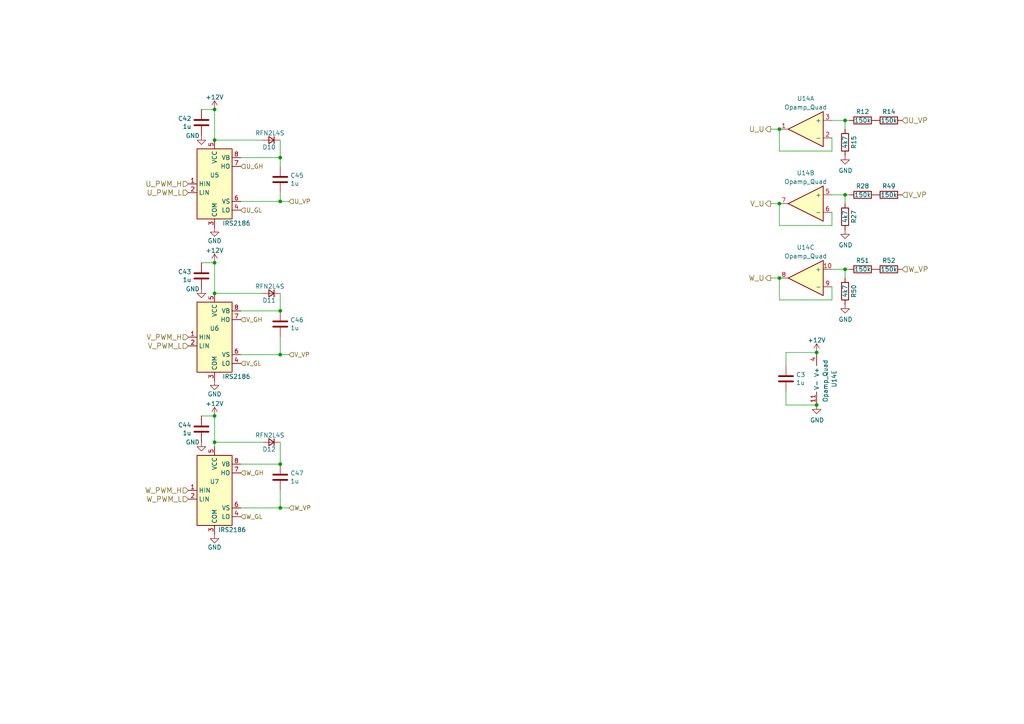
<source format=kicad_sch>
(kicad_sch (version 20230121) (generator eeschema)
  (paper "A4")
  (title_block (title "HSWR MOSFET Driver") (date "2017-02-05") (rev "4.0"))
  (lib_symbols
    (symbol "Device:C" (pin_numbers hide) (pin_names (offset 0.254))
      (property "Reference" "C" (at 0.635 2.54 0))
      (property "Value" "C" (at 0.635 -2.54 0))
      (symbol "C_0_1"
        (polyline (pts (xy -2.032 -0.762) (xy 2.032 -0.762)) (stroke (width 0.508)))
        (polyline (pts (xy -2.032 0.762) (xy 2.032 0.762)) (stroke (width 0.508)))
      )
      (symbol "C_1_1"
        (pin passive line (at 0 3.81 270) (length 2.794) (name "~") (number "1"))
        (pin passive line (at 0 -3.81 90) (length 2.794) (name "~") (number "2"))
      )
    )
    (symbol "Device:D_Small" (pin_numbers hide) (pin_names (offset 0.254) hide)
      (property "Reference" "D" (at -1.27 2.032 0))
      (property "Value" "D_Small" (at -3.81 -2.032 0))
      (symbol "D_Small_0_1"
        (polyline (pts (xy -0.762 -1.016) (xy -0.762 1.016)) (stroke (width 0.254)))
        (polyline (pts (xy -0.762 0) (xy 0.762 0)))
        (polyline (pts (xy 0.762 -1.016) (xy -0.762 0) (xy 0.762 1.016) (xy 0.762 -1.016)) (stroke (width 0.254)))
      )
      (symbol "D_Small_1_1"
        (pin passive line (at -2.54 0 0) (length 1.778) (name "K") (number "1"))
        (pin passive line (at 2.54 0 180) (length 1.778) (name "A") (number "2"))
      )
    )
    (symbol "Device:Opamp_Quad"
      (property "Reference" "U" (at 0 5.08 0))
      (property "Value" "Opamp_Quad" (at 0 -5.08 0))
      (symbol "Opamp_Quad_1_1"
        (polyline (pts (xy -5.08 5.08) (xy 5.08 0) (xy -5.08 -5.08) (xy -5.08 5.08)) (stroke (width 0.254)) (fill (type background)))
        (pin output line (at 7.62 0 180) (length 2.54) (name "~") (number "1"))
        (pin input line (at -7.62 -2.54 0) (length 2.54) (name "-") (number "2"))
        (pin input line (at -7.62 2.54 0) (length 2.54) (name "+") (number "3"))
      )
      (symbol "Opamp_Quad_2_1"
        (polyline (pts (xy -5.08 5.08) (xy 5.08 0) (xy -5.08 -5.08) (xy -5.08 5.08)) (stroke (width 0.254)) (fill (type background)))
        (pin input line (at -7.62 2.54 0) (length 2.54) (name "+") (number "5"))
        (pin input line (at -7.62 -2.54 0) (length 2.54) (name "-") (number "6"))
        (pin output line (at 7.62 0 180) (length 2.54) (name "~") (number "7"))
      )
      (symbol "Opamp_Quad_3_1"
        (polyline (pts (xy -5.08 5.08) (xy 5.08 0) (xy -5.08 -5.08) (xy -5.08 5.08)) (stroke (width 0.254)) (fill (type background)))
        (pin input line (at -7.62 2.54 0) (length 2.54) (name "+") (number "10"))
        (pin output line (at 7.62 0 180) (length 2.54) (name "~") (number "8"))
        (pin input line (at -7.62 -2.54 0) (length 2.54) (name "-") (number "9"))
      )
      (symbol "Opamp_Quad_4_1"
        (polyline (pts (xy -5.08 5.08) (xy 5.08 0) (xy -5.08 -5.08) (xy -5.08 5.08)) (stroke (width 0.254)) (fill (type background)))
        (pin input line (at -7.62 2.54 0) (length 2.54) (name "+") (number "12"))
        (pin input line (at -7.62 -2.54 0) (length 2.54) (name "-") (number "13"))
        (pin output line (at 7.62 0 180) (length 2.54) (name "~") (number "14"))
      )
      (symbol "Opamp_Quad_5_1"
        (pin power_in line (at -2.54 -7.62 90) (length 3.81) (name "V-") (number "11"))
        (pin power_in line (at -2.54 7.62 270) (length 3.81) (name "V+") (number "4"))
      )
    )
    (symbol "Device:R" (pin_numbers hide) (pin_names (offset 0))
      (property "Reference" "R" (at 2.032 0 90))
      (property "Value" "R" (at 0 0 90))
      (symbol "R_0_1"
        (rectangle (start -1.016 -2.54) (end 1.016 2.54) (stroke (width 0.254)))
      )
      (symbol "R_1_1"
        (pin passive line (at 0 3.81 270) (length 1.27) (name "~") (number "1"))
        (pin passive line (at 0 -3.81 90) (length 1.27) (name "~") (number "2"))
      )
    )
    (symbol "Driver_FET:IRS2186"
      (property "Reference" "U" (at 1.27 13.335 0))
      (property "Value" "IRS2186" (at 1.27 11.43 0))
      (symbol "IRS2186_0_1"
        (rectangle (start -5.08 -10.16) (end 5.08 10.16) (stroke (width 0.254)) (fill (type background)))
      )
      (symbol "IRS2186_1_1"
        (pin input line (at -7.62 0 0) (length 2.54) (name "HIN") (number "1"))
        (pin input line (at -7.62 -2.54 0) (length 2.54) (name "LIN") (number "2"))
        (pin power_in line (at 0 -12.7 90) (length 2.54) (name "COM") (number "3"))
        (pin output line (at 7.62 -7.62 180) (length 2.54) (name "LO") (number "4"))
        (pin power_in line (at 0 12.7 270) (length 2.54) (name "VCC") (number "5"))
        (pin passive line (at 7.62 -5.08 180) (length 2.54) (name "VS") (number "6"))
        (pin output line (at 7.62 5.08 180) (length 2.54) (name "HO") (number "7"))
        (pin passive line (at 7.62 7.62 180) (length 2.54) (name "VB") (number "8"))
      )
    )
    (symbol "power:+12V" (power) (pin_names (offset 0))
      (property "Value" "+12V" (at 0 3.556 0))
      (symbol "+12V_0_1"
        (polyline (pts (xy -0.762 1.27) (xy 0 2.54)))
        (polyline (pts (xy 0 0) (xy 0 2.54)))
        (polyline (pts (xy 0 2.54) (xy 0.762 1.27)))
      )
      (symbol "+12V_1_1"
        (pin power_in line (at 0 0 90) (length 0) hide (name "+12V") (number "1"))
      )
    )
    (symbol "power:GND" (power) (pin_names (offset 0))
      (property "Value" "GND" (at 0 -3.81 0))
      (symbol "GND_0_1"
        (polyline (pts (xy 0 0) (xy 0 -1.27) (xy 1.27 -1.27) (xy 0 -2.54) (xy -1.27 -1.27) (xy 0 -1.27)))
      )
      (symbol "GND_1_1"
        (pin power_in line (at 0 0 270) (length 0) hide (name "GND") (number "1"))
      )
    )
  )
  (junction (at 81.28 58.42))
  (junction (at 81.28 90.17))
  (junction (at 81.28 147.32))
  (junction (at 245.11 34.925))
  (junction (at 62.23 76.2))
  (junction (at 245.11 56.515))
  (junction (at 81.28 45.72))
  (junction (at 226.06 37.465))
  (junction (at 62.23 85.09))
  (junction (at 62.23 120.65))
  (junction (at 236.855 102.235))
  (junction (at 62.23 128.27))
  (junction (at 62.23 40.64))
  (junction (at 226.06 80.645))
  (junction (at 62.23 31.75))
  (junction (at 245.11 78.105))
  (junction (at 226.06 59.055))
  (junction (at 81.28 102.87))
  (junction (at 236.855 117.475))
  (junction (at 81.28 134.62))
  (wire (pts (xy 241.3 65.405) (xy 241.3 61.595)))
  (wire (pts (xy 223.52 80.645) (xy 226.06 80.645)))
  (wire (pts (xy 81.28 102.87) (xy 69.85 102.87)))
  (wire (pts (xy 226.06 86.995) (xy 241.3 86.995)))
  (wire (pts (xy 227.965 113.665) (xy 227.965 117.475)))
  (wire (pts (xy 62.23 128.27) (xy 62.23 120.65)))
  (wire (pts (xy 83.82 58.42) (xy 81.28 58.42)))
  (wire (pts (xy 245.11 56.515) (xy 246.38 56.515)))
  (wire (pts (xy 81.28 45.72) (xy 81.28 48.26)))
  (wire (pts (xy 69.85 134.62) (xy 81.28 134.62)))
  (wire (pts (xy 62.23 85.09) (xy 62.23 76.2)))
  (wire (pts (xy 58.42 76.2) (xy 62.23 76.2)))
  (wire (pts (xy 81.28 128.27) (xy 81.28 134.62)))
  (wire (pts (xy 223.52 59.055) (xy 226.06 59.055)))
  (wire (pts (xy 223.52 37.465) (xy 226.06 37.465)))
  (wire (pts (xy 62.23 129.54) (xy 62.23 128.27)))
  (wire (pts (xy 226.06 43.815) (xy 241.3 43.815)))
  (wire (pts (xy 81.28 58.42) (xy 69.85 58.42)))
  (wire (pts (xy 227.965 102.235) (xy 236.855 102.235)))
  (wire (pts (xy 58.42 31.75) (xy 62.23 31.75)))
  (wire (pts (xy 241.3 86.995) (xy 241.3 83.185)))
  (wire (pts (xy 81.28 55.88) (xy 81.28 58.42)))
  (wire (pts (xy 81.28 40.64) (xy 81.28 45.72)))
  (wire (pts (xy 226.06 37.465) (xy 226.06 43.815)))
  (wire (pts (xy 81.28 97.79) (xy 81.28 102.87)))
  (wire (pts (xy 227.965 117.475) (xy 236.855 117.475)))
  (wire (pts (xy 58.42 120.65) (xy 62.23 120.65)))
  (wire (pts (xy 226.06 80.645) (xy 226.06 86.995)))
  (wire (pts (xy 241.3 34.925) (xy 245.11 34.925)))
  (wire (pts (xy 62.23 40.64) (xy 62.23 31.75)))
  (wire (pts (xy 76.2 85.09) (xy 62.23 85.09)))
  (wire (pts (xy 226.06 65.405) (xy 241.3 65.405)))
  (wire (pts (xy 76.2 128.27) (xy 62.23 128.27)))
  (wire (pts (xy 69.85 45.72) (xy 81.28 45.72)))
  (wire (pts (xy 241.3 78.105) (xy 245.11 78.105)))
  (wire (pts (xy 245.11 78.105) (xy 245.11 80.645)))
  (wire (pts (xy 81.28 147.32) (xy 83.82 147.32)))
  (wire (pts (xy 245.11 34.925) (xy 246.38 34.925)))
  (wire (pts (xy 245.11 78.105) (xy 246.38 78.105)))
  (wire (pts (xy 245.11 34.925) (xy 245.11 37.465)))
  (wire (pts (xy 81.28 142.24) (xy 81.28 147.32)))
  (wire (pts (xy 81.28 85.09) (xy 81.28 90.17)))
  (wire (pts (xy 245.11 56.515) (xy 245.11 59.055)))
  (wire (pts (xy 81.28 147.32) (xy 69.85 147.32)))
  (wire (pts (xy 81.28 102.87) (xy 83.82 102.87)))
  (wire (pts (xy 241.3 56.515) (xy 245.11 56.515)))
  (wire (pts (xy 226.06 59.055) (xy 226.06 65.405)))
  (wire (pts (xy 76.2 40.64) (xy 62.23 40.64)))
  (wire (pts (xy 69.85 90.17) (xy 81.28 90.17)))
  (wire (pts (xy 241.3 43.815) (xy 241.3 40.005)))
  (wire (pts (xy 227.965 106.045) (xy 227.965 102.235)))
  (hierarchical_label "W_PWM_L" (shape input) (at 54.61 144.78 180) (effects (font (size 1.524 1.524))))
  (hierarchical_label "U_GH" (shape input) (at 69.85 48.26 0))
  (hierarchical_label "U_PWM_L" (shape input) (at 54.61 55.88 180) (effects (font (size 1.524 1.524))))
  (hierarchical_label "V_GL" (shape input) (at 69.85 105.41 0))
  (hierarchical_label "V_VP" (shape input) (at 261.62 56.515 0) (effects (font (size 1.524 1.524))))
  (hierarchical_label "V_PWM_L" (shape input) (at 54.61 100.33 180) (effects (font (size 1.524 1.524))))
  (hierarchical_label "W_VP" (shape input) (at 261.62 78.105 0) (effects (font (size 1.524 1.524))))
  (hierarchical_label "V_PWM_H" (shape input) (at 54.61 97.79 180) (effects (font (size 1.524 1.524))))
  (hierarchical_label "U_GL" (shape input) (at 69.85 60.96 0))
  (hierarchical_label "W_U" (shape output) (at 223.52 80.645 180) (effects (font (size 1.524 1.524))))
  (hierarchical_label "U_VP" (shape input) (at 83.82 58.42 0))
  (hierarchical_label "V_GH" (shape input) (at 69.85 92.71 0))
  (hierarchical_label "W_GL" (shape input) (at 69.85 149.86 0))
  (hierarchical_label "V_VP" (shape input) (at 83.82 102.87 0))
  (hierarchical_label "U_U" (shape output) (at 223.52 37.465 180) (effects (font (size 1.524 1.524))))
  (hierarchical_label "U_PWM_H" (shape input) (at 54.61 53.34 180) (effects (font (size 1.524 1.524))))
  (hierarchical_label "W_GH" (shape input) (at 69.85 137.16 0))
  (hierarchical_label "W_VP" (shape input) (at 83.82 147.32 0))
  (hierarchical_label "W_PWM_H" (shape input) (at 54.61 142.24 180) (effects (font (size 1.524 1.524))))
  (hierarchical_label "V_U" (shape output) (at 223.52 59.055 180) (effects (font (size 1.524 1.524))))
  (hierarchical_label "U_VP" (shape input) (at 261.62 34.925 0) (effects (font (size 1.524 1.524))))
  (symbol (lib_id "Device:C") (at 58.42 80.01 0) (mirror x) (unit 1)
    (property "Reference" "C43" (at 55.5244 78.8416 0) (effects (justify right)))
    (property "Value" "1u" (at 55.5244 81.153 0) (effects (justify right)))
    (property "Footprint" "Capacitor_SMD:C_0805_2012Metric" (effects hide))
    (instances (project "HSWR" (path "" (reference "C43") (unit 1)) (path "" (reference "C61") (unit 1))))
  )
  (symbol (lib_id "Device:R") (at 257.81 34.925 90) (unit 1)
    (property "Reference" "R14" (at 257.81 32.385 90))
    (property "Value" "150k" (at 257.81 34.925 90))
    (property "Footprint" "Resistor_SMD:R_0805_2012Metric" (effects hide))
    (instances (project "HSWR" (path "" (reference "R14") (unit 1)) (path "" (reference "R56") (unit 1))))
  )
  (symbol (lib_id "Device:C") (at 81.28 52.07 0) (unit 1)
    (property "Reference" "C45" (at 84.201 50.9016 0) (effects (justify left)))
    (property "Value" "1u" (at 84.201 53.213 0) (effects (justify left)))
    (property "Footprint" "Capacitor_SMD:C_0805_2012Metric" (effects hide))
    (instances (project "HSWR" (path "" (reference "C45") (unit 1)) (path "" (reference "C63") (unit 1))))
  )
  (symbol (lib_id "power:GND") (at 62.23 154.94 0) (unit 1)
    (property "Reference" "#PWR091" (effects hide))
    (property "Value" "GND" (at 62.23 158.75 0))
    (instances (project "HSWR" (path "" (reference "#PWR091") (unit 1)) (path "" (reference "#PWR0145") (unit 1))))
  )
  (symbol (lib_id "Device:R") (at 250.19 78.105 90) (unit 1)
    (property "Reference" "R51" (at 250.19 75.565 90))
    (property "Value" "150k" (at 250.19 78.105 90))
    (property "Footprint" "Resistor_SMD:R_0805_2012Metric" (effects hide))
    (instances (project "HSWR" (path "" (reference "R51") (unit 1)) (path "" (reference "R55") (unit 1))))
  )
  (symbol (lib_id "Device:Opamp_Quad") (at 233.68 80.645 0) (mirror y) (unit 3)
    (property "Reference" "U14" (at 233.68 71.755 0))
    (property "Value" "Opamp_Quad" (at 233.68 74.295 0))
    (property "Footprint" "Package_SO:SO-14_3.9x8.65mm_P1.27mm" (effects hide))
    (instances (project "HSWR" (path "" (reference "U14") (unit 3)) (path "" (reference "U18") (unit 3))))
  )
  (symbol (lib_id "power:GND") (at 62.23 110.49 0) (unit 1)
    (property "Reference" "#PWR089" (effects hide))
    (property "Value" "GND" (at 62.23 114.3 0))
    (instances (project "HSWR" (path "" (reference "#PWR089") (unit 1)) (path "" (reference "#PWR0143") (unit 1))))
  )
  (symbol (lib_id "Device:C") (at 227.965 109.855 0) (unit 1)
    (property "Reference" "C3" (at 230.886 108.6866 0) (effects (justify left)))
    (property "Value" "1u" (at 230.886 110.998 0) (effects (justify left)))
    (property "Footprint" "Capacitor_SMD:C_0805_2012Metric" (effects hide))
    (instances (project "HSWR" (path "" (reference "C3") (unit 1)) (path "" (reference "C66") (unit 1))))
  )
  (symbol (lib_id "Device:C") (at 58.42 35.56 0) (mirror x) (unit 1)
    (property "Reference" "C42" (at 55.5244 34.3916 0) (effects (justify right)))
    (property "Value" "1u" (at 55.5244 36.703 0) (effects (justify right)))
    (property "Footprint" "Capacitor_SMD:C_0805_2012Metric" (effects hide))
    (instances (project "HSWR" (path "" (reference "C42") (unit 1)) (path "" (reference "C60") (unit 1))))
  )
  (symbol (lib_id "Device:R") (at 245.11 62.865 0) (mirror x) (unit 1)
    (property "Reference" "R27" (at 247.65 62.865 90))
    (property "Value" "4k7" (at 245.11 62.865 90))
    (property "Footprint" "Resistor_SMD:R_0805_2012Metric" (effects hide))
    (instances (project "HSWR" (path "" (reference "R27") (unit 1)) (path "" (reference "R51") (unit 1))))
  )
  (symbol (lib_id "Device:D_Small") (at 78.74 128.27 180) (unit 1)
    (property "Reference" "D12" (at 80.01 130.302 0) (effects (justify left)))
    (property "Value" "RFN2L4S" (at 82.55 126.238 0) (effects (justify left)))
    (property "Footprint" "Diode_SMD:D_SOD-123" (effects hide))
    (instances (project "HSWR" (path "" (reference "D12") (unit 1)) (path "" (reference "D10") (unit 1))))
  )
  (symbol (lib_id "Driver_FET:IRS2186") (at 62.23 97.79 0) (unit 1)
    (property "Reference" "U6" (at 62.23 95.25 0))
    (property "Value" "IRS2186" (at 68.58 109.22 0))
    (property "Footprint" "Package_SO:SOIC-8_3.9x4.9mm_P1.27mm" (effects hide))
    (property "Datasheet" "http://www.irf.com/product-info/datasheets/data/irs2186pbf.pdf" (effects hide))
    (instances (project "HSWR" (path "" (reference "U6") (unit 1)) (path "" (reference "U16") (unit 1))))
  )
  (symbol (lib_id "Device:D_Small") (at 78.74 40.64 180) (unit 1)
    (property "Reference" "D10" (at 80.01 42.672 0) (effects (justify left)))
    (property "Value" "RFN2L4S" (at 82.55 38.608 0) (effects (justify left)))
    (property "Footprint" "Diode_SMD:D_SOD-123" (effects hide))
    (instances (project "HSWR" (path "" (reference "D10") (unit 1)) (path "" (reference "D8") (unit 1))))
  )
  (symbol (lib_id "Device:D_Small") (at 78.74 85.09 180) (unit 1)
    (property "Reference" "D11" (at 80.01 87.122 0) (effects (justify left)))
    (property "Value" "RFN2L4S" (at 82.55 83.058 0) (effects (justify left)))
    (property "Footprint" "Diode_SMD:D_SOD-123" (effects hide))
    (instances (project "HSWR" (path "" (reference "D11") (unit 1)) (path "" (reference "D9") (unit 1))))
  )
  (symbol (lib_id "power:GND") (at 58.42 83.82 0) (unit 1)
    (property "Reference" "#PWR084" (effects hide))
    (property "Value" "GND" (at 55.88 83.82 0))
    (instances (project "HSWR" (path "" (reference "#PWR084") (unit 1)) (path "" (reference "#PWR0138") (unit 1))))
  )
  (symbol (lib_id "Device:Opamp_Quad") (at 233.68 59.055 0) (mirror y) (unit 2)
    (property "Reference" "U14" (at 233.68 50.165 0))
    (property "Value" "Opamp_Quad" (at 233.68 52.705 0))
    (property "Footprint" "Package_SO:SO-14_3.9x8.65mm_P1.27mm" (effects hide))
    (instances (project "HSWR" (path "" (reference "U14") (unit 2)) (path "" (reference "U18") (unit 2))))
  )
  (symbol (lib_id "Device:R") (at 257.81 78.105 90) (unit 1)
    (property "Reference" "R52" (at 257.81 75.565 90))
    (property "Value" "150k" (at 257.81 78.105 90))
    (property "Footprint" "Resistor_SMD:R_0805_2012Metric" (effects hide))
    (instances (project "HSWR" (path "" (reference "R52") (unit 1)) (path "" (reference "R58") (unit 1))))
  )
  (symbol (lib_id "Device:R") (at 250.19 56.515 90) (unit 1)
    (property "Reference" "R28" (at 250.19 53.975 90))
    (property "Value" "150k" (at 250.19 56.515 90))
    (property "Footprint" "Resistor_SMD:R_0805_2012Metric" (effects hide))
    (instances (project "HSWR" (path "" (reference "R28") (unit 1)) (path "" (reference "R54") (unit 1))))
  )
  (symbol (lib_id "power:+12V") (at 62.23 31.75 0) (unit 1)
    (property "Reference" "#PWR086" (effects hide))
    (property "Value" "+12V" (at 62.23 28.194 0))
    (instances (project "HSWR" (path "" (reference "#PWR086") (unit 1)) (path "" (reference "#PWR?") (unit 1)) (path "" (reference "#PWR0140") (unit 1))))
  )
  (symbol (lib_id "power:GND") (at 245.11 66.675 0) (unit 1)
    (property "Reference" "#PWR05" (effects hide))
    (property "Value" "GND" (at 245.237 71.0692 0))
    (instances (project "HSWR" (path "" (reference "#PWR05") (unit 1)) (path "" (reference "#PWR0149") (unit 1))))
  )
  (symbol (lib_id "Device:Opamp_Quad") (at 239.395 109.855 0) (unit 5)
    (property "Reference" "U14" (at 241.935 109.855 90))
    (property "Value" "Opamp_Quad" (at 239.395 110.49 90))
    (property "Footprint" "Package_SO:SO-14_3.9x8.65mm_P1.27mm" (effects hide))
    (instances (project "HSWR" (path "" (reference "U14") (unit 5)) (path "" (reference "U18") (unit 5))))
  )
  (symbol (lib_id "power:GND") (at 58.42 128.27 0) (unit 1)
    (property "Reference" "#PWR085" (effects hide))
    (property "Value" "GND" (at 55.88 128.27 0))
    (instances (project "HSWR" (path "" (reference "#PWR085") (unit 1)) (path "" (reference "#PWR0139") (unit 1))))
  )
  (symbol (lib_id "Driver_FET:IRS2186") (at 62.23 142.24 0) (unit 1)
    (property "Reference" "U7" (at 62.23 139.7 0))
    (property "Value" "IRS2186" (at 67.31 153.67 0))
    (property "Footprint" "Package_SO:SOIC-8_3.9x4.9mm_P1.27mm" (effects hide))
    (property "Datasheet" "http://www.irf.com/product-info/datasheets/data/irs2186pbf.pdf" (effects hide))
    (instances (project "HSWR" (path "" (reference "U7") (unit 1)) (path "" (reference "U17") (unit 1))))
  )
  (symbol (lib_id "Device:C") (at 81.28 138.43 0) (unit 1)
    (property "Reference" "C47" (at 84.201 137.2616 0) (effects (justify left)))
    (property "Value" "1u" (at 84.201 139.573 0) (effects (justify left)))
    (property "Footprint" "Capacitor_SMD:C_0805_2012Metric" (effects hide))
    (instances (project "HSWR" (path "" (reference "C47") (unit 1)) (path "" (reference "C65") (unit 1))))
  )
  (symbol (lib_id "Device:R") (at 245.11 84.455 0) (mirror x) (unit 1)
    (property "Reference" "R50" (at 247.65 84.455 90))
    (property "Value" "4k7" (at 245.11 84.455 90))
    (property "Footprint" "Resistor_SMD:R_0805_2012Metric" (effects hide))
    (instances (project "HSWR" (path "" (reference "R50") (unit 1)) (path "" (reference "R52") (unit 1))))
  )
  (symbol (lib_id "Device:R") (at 245.11 41.275 0) (mirror x) (unit 1)
    (property "Reference" "R15" (at 247.65 41.275 90))
    (property "Value" "4k7" (at 245.11 41.275 90))
    (property "Footprint" "Resistor_SMD:R_0805_2012Metric" (effects hide))
    (instances (project "HSWR" (path "" (reference "R15") (unit 1)) (path "" (reference "R50") (unit 1))))
  )
  (symbol (lib_id "power:GND") (at 245.11 45.085 0) (unit 1)
    (property "Reference" "#PWR092" (effects hide))
    (property "Value" "GND" (at 245.237 49.4792 0))
    (instances (project "HSWR" (path "" (reference "#PWR092") (unit 1)) (path "" (reference "#PWR0148") (unit 1))))
  )
  (symbol (lib_id "power:+12V") (at 236.855 102.235 0) (unit 1)
    (property "Reference" "#PWR08" (effects hide))
    (property "Value" "+12V" (at 236.855 98.679 0))
    (instances (project "HSWR" (path "" (reference "#PWR08") (unit 1)) (path "" (reference "#PWR?") (unit 1)) (path "" (reference "#PWR0146") (unit 1))))
  )
  (symbol (lib_id "power:GND") (at 62.23 66.04 0) (unit 1)
    (property "Reference" "#PWR087" (effects hide))
    (property "Value" "GND" (at 62.23 69.85 0))
    (instances (project "HSWR" (path "" (reference "#PWR087") (unit 1)) (path "" (reference "#PWR0141") (unit 1))))
  )
  (symbol (lib_id "Device:R") (at 257.81 56.515 90) (unit 1)
    (property "Reference" "R49" (at 257.81 53.975 90))
    (property "Value" "150k" (at 257.81 56.515 90))
    (property "Footprint" "Resistor_SMD:R_0805_2012Metric" (effects hide))
    (instances (project "HSWR" (path "" (reference "R49") (unit 1)) (path "" (reference "R57") (unit 1))))
  )
  (symbol (lib_id "Driver_FET:IRS2186") (at 62.23 53.34 0) (unit 1)
    (property "Reference" "U5" (at 62.23 50.8 0))
    (property "Value" "IRS2186" (at 68.58 64.77 0))
    (property "Footprint" "Package_SO:SOIC-8_3.9x4.9mm_P1.27mm" (effects hide))
    (property "Datasheet" "http://www.irf.com/product-info/datasheets/data/irs2186pbf.pdf" (effects hide))
    (instances (project "HSWR" (path "" (reference "U5") (unit 1)) (path "" (reference "U15") (unit 1))))
  )
  (symbol (lib_id "power:+12V") (at 62.23 76.2 0) (unit 1)
    (property "Reference" "#PWR088" (effects hide))
    (property "Value" "+12V" (at 62.23 72.644 0))
    (instances (project "HSWR" (path "" (reference "#PWR088") (unit 1)) (path "" (reference "#PWR?") (unit 1)) (path "" (reference "#PWR0142") (unit 1))))
  )
  (symbol (lib_id "power:+12V") (at 62.23 120.65 0) (unit 1)
    (property "Reference" "#PWR090" (effects hide))
    (property "Value" "+12V" (at 62.23 117.094 0))
    (instances (project "HSWR" (path "" (reference "#PWR090") (unit 1)) (path "" (reference "#PWR?") (unit 1)) (path "" (reference "#PWR0144") (unit 1))))
  )
  (symbol (lib_id "power:GND") (at 236.855 117.475 0) (unit 1)
    (property "Reference" "#PWR09" (effects hide))
    (property "Value" "GND" (at 236.982 121.8692 0))
    (instances (project "HSWR" (path "" (reference "#PWR09") (unit 1)) (path "" (reference "#PWR0147") (unit 1))))
  )
  (symbol (lib_id "Device:R") (at 250.19 34.925 90) (unit 1)
    (property "Reference" "R12" (at 250.19 32.385 90))
    (property "Value" "150k" (at 250.19 34.925 90))
    (property "Footprint" "Resistor_SMD:R_0805_2012Metric" (effects hide))
    (instances (project "HSWR" (path "" (reference "R12") (unit 1)) (path "" (reference "R53") (unit 1))))
  )
  (symbol (lib_id "Device:Opamp_Quad") (at 233.68 37.465 0) (mirror y) (unit 1)
    (property "Reference" "U14" (at 233.68 28.575 0))
    (property "Value" "Opamp_Quad" (at 233.68 31.115 0))
    (property "Footprint" "Package_SO:SO-14_3.9x8.65mm_P1.27mm" (effects hide))
    (instances (project "HSWR" (path "" (reference "U14") (unit 1)) (path "" (reference "U18") (unit 1))))
  )
  (symbol (lib_id "power:GND") (at 58.42 39.37 0) (unit 1)
    (property "Reference" "#PWR083" (effects hide))
    (property "Value" "GND" (at 55.88 39.37 0))
    (instances (project "HSWR" (path "" (reference "#PWR083") (unit 1)) (path "" (reference "#PWR0137") (unit 1))))
  )
  (symbol (lib_id "power:GND") (at 245.11 88.265 0) (unit 1)
    (property "Reference" "#PWR06" (effects hide))
    (property "Value" "GND" (at 245.237 92.6592 0))
    (instances (project "HSWR" (path "" (reference "#PWR06") (unit 1)) (path "" (reference "#PWR0150") (unit 1))))
  )
  (symbol (lib_id "Device:C") (at 81.28 93.98 0) (unit 1)
    (property "Reference" "C46" (at 84.201 92.8116 0) (effects (justify left)))
    (property "Value" "1u" (at 84.201 95.123 0) (effects (justify left)))
    (property "Footprint" "Capacitor_SMD:C_0805_2012Metric" (effects hide))
    (instances (project "HSWR" (path "" (reference "C46") (unit 1)) (path "" (reference "C64") (unit 1))))
  )
  (symbol (lib_id "Device:C") (at 58.42 124.46 0) (mirror x) (unit 1)
    (property "Reference" "C44" (at 55.5244 123.2916 0) (effects (justify right)))
    (property "Value" "1u" (at 55.5244 125.603 0) (effects (justify right)))
    (property "Footprint" "Capacitor_SMD:C_0805_2012Metric" (effects hide))
    (instances (project "HSWR" (path "" (reference "C44") (unit 1)) (path "" (reference "C62") (unit 1))))
  )
)
</source>
